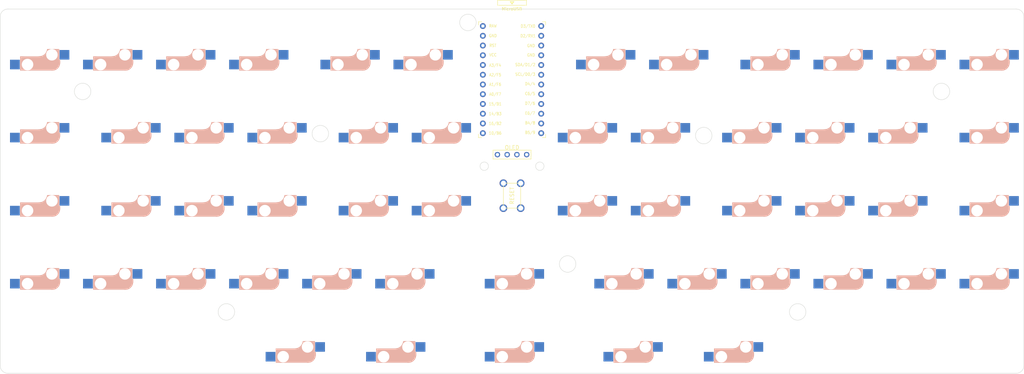
<source format=kicad_pcb>
(kicad_pcb (version 20171130) (host pcbnew "(5.1.9)-1")
  (layers (0 F.Cu signal) (31 B.Cu signal) (34 B.Paste user) (35 F.Paste user) (36 B.SilkS user) (37 F.SilkS user) (38 B.Mask user) (39 F.Mask user) (44 Edge.Cuts user))
  (net 0 "")
  (net 1 /ROW2)
  (net 2 "Net-(D1-Pad2)")
  (net 3 "Net-(D2-Pad2)")
  (net 4 "Net-(D3-Pad2)")
  (net 5 "Net-(D4-Pad2)")
  (net 6 "Net-(D5-Pad2)")
  (net 7 "Net-(D6-Pad2)")
  (net 8 /ROW1)
  (net 9 "Net-(D7-Pad2)")
  (net 10 "Net-(D8-Pad2)")
  (net 11 "Net-(D9-Pad2)")
  (net 12 "Net-(D10-Pad2)")
  (net 13 "Net-(D11-Pad2)")
  (net 14 "Net-(D12-Pad2)")
  (net 15 "Net-(D13-Pad2)")
  (net 16 /ROW4)
  (net 17 "Net-(D14-Pad2)")
  (net 18 "Net-(D15-Pad2)")
  (net 19 "Net-(D16-Pad2)")
  (net 20 "Net-(D17-Pad2)")
  (net 21 "Net-(D18-Pad2)")
  (net 22 "Net-(D19-Pad2)")
  (net 23 /ROW3)
  (net 24 "Net-(D20-Pad2)")
  (net 25 "Net-(D21-Pad2)")
  (net 26 "Net-(D22-Pad2)")
  (net 27 "Net-(D23-Pad2)")
  (net 28 "Net-(D24-Pad2)")
  (net 29 /ROW6)
  (net 30 "Net-(D25-Pad2)")
  (net 31 "Net-(D26-Pad2)")
  (net 32 "Net-(D27-Pad2)")
  (net 33 "Net-(D28-Pad2)")
  (net 34 "Net-(D29-Pad2)")
  (net 35 "Net-(D30-Pad2)")
  (net 36 /ROW5)
  (net 37 "Net-(D31-Pad2)")
  (net 38 "Net-(D32-Pad2)")
  (net 39 "Net-(D33-Pad2)")
  (net 40 "Net-(D34-Pad2)")
  (net 41 "Net-(D35-Pad2)")
  (net 42 "Net-(D36-Pad2)")
  (net 43 /ROW8)
  (net 44 "Net-(D37-Pad2)")
  (net 45 "Net-(D38-Pad2)")
  (net 46 "Net-(D39-Pad2)")
  (net 47 "Net-(D40-Pad2)")
  (net 48 "Net-(D41-Pad2)")
  (net 49 "Net-(D42-Pad2)")
  (net 50 /ROW7)
  (net 51 "Net-(D43-Pad2)")
  (net 52 "Net-(D44-Pad2)")
  (net 53 "Net-(D45-Pad2)")
  (net 54 "Net-(D46-Pad2)")
  (net 55 "Net-(D47-Pad2)")
  (net 56 "Net-(D48-Pad2)")
  (net 57 "Net-(D49-Pad2)")
  (net 58 /ROW9)
  (net 59 "Net-(D50-Pad2)")
  (net 60 "Net-(D51-Pad2)")
  (net 61 "Net-(D52-Pad2)")
  (net 62 "Net-(D53-Pad2)")
  (net 63 "Net-(D54-Pad2)")
  (net 64 VCC)
  (net 65 /LED)
  (net 66 GND)
  (net 67 /SDA)
  (net 68 /SDL)
  (net 69 /COL1)
  (net 70 /COL2)
  (net 71 /COL3)
  (net 72 /COL4)
  (net 73 /COL5)
  (net 74 /COL6)
  (net 75 /RST)
  (net 76 "Net-(U1-Pad24)")
  (module yuiop:Cherry_MX_Stabilizer (layer F.Cu) (at 210 188.0937)
    (fp_text reference REF** hide)
    (fp_text value Cherry_MX_Stabilizer hide)
    (pad "" np_thru_hole circle (at -11.938 6.985 180) (size 3.048 3.048) (drill 3.048) (layers *.Cu *.Mask))
    (pad "" np_thru_hole circle (at -11.938 -8.255 180) (size 3.9878 3.9878) (drill 3.9878) (layers *.Cu *.Mask))
    (pad "" np_thru_hole circle (at 11.938 -8.255 180) (size 3.9878 3.9878) (drill 3.9878) (layers *.Cu *.Mask))
    (pad "" np_thru_hole circle (at 11.938 6.985 180) (size 3.048 3.048) (drill 3.048) (layers *.Cu *.Mask))
  )
  (module yuiop:Cherry_MX_Hotswap_2.0u (layer F.Cu) (at 210 188.09374)
    (fp_text reference SW52 hide)
    (fp_text value SW_PUSH hide)
    (pad "" np_thru_hole circle (at -5.08 0 180) (size 1.9 1.9) (drill 1.9) (layers *.Cu *.Mask))
    (pad "" np_thru_hole circle (at 5.08 0 180) (size 1.9 1.9) (drill 1.9) (layers *.Cu *.Mask))
    (pad 2 smd rect (at -5.842 5.08) (size 2.55 2.5) (layers B.Cu B.Paste B.Mask) (net 61 "Net-(D52-Pad2)"))
    (pad "" np_thru_hole circle (at 0 0 270) (size 4.1 4.1) (drill 4.1) (layers *.Cu *.Mask))
    (pad "" np_thru_hole circle (at -2.54 5.08 180) (size 3 3) (drill 3) (layers *.Cu *.Mask))
    (pad "" np_thru_hole circle (at 3.81 2.54 180) (size 3 3) (drill 3) (layers *.Cu *.Mask))
    (pad 1 smd rect (at 7.085 2.54) (size 2.55 2.5) (layers B.Cu B.Paste B.Mask) (net 74 /COL6))
  )
  (module yuiop:Cherry_MX_Hotswap_1.0u (layer F.Cu) (at 333.8255 169.04374)
    (fp_text reference SW48 hide)
    (fp_text value SW_PUSH hide)
    (pad "" np_thru_hole circle (at 3.81 2.54 180) (size 3 3) (drill 3) (layers *.Cu *.Mask))
    (pad "" np_thru_hole circle (at -2.54 5.08 180) (size 3 3) (drill 3) (layers *.Cu *.Mask))
    (pad 1 smd rect (at 7.085 2.54) (size 2.55 2.5) (layers B.Cu B.Paste B.Mask) (net 74 /COL6))
    (pad "" np_thru_hole circle (at 0 0 270) (size 4.1 4.1) (drill 4.1) (layers *.Cu *.Mask))
    (pad "" np_thru_hole circle (at -5.08 0 180) (size 1.9 1.9) (drill 1.9) (layers *.Cu *.Mask))
    (pad "" np_thru_hole circle (at 5.08 0 180) (size 1.9 1.9) (drill 1.9) (layers *.Cu *.Mask))
    (pad 2 smd rect (at -5.842 5.08) (size 2.55 2.5) (layers B.Cu B.Paste B.Mask) (net 56 "Net-(D48-Pad2)"))
  )
  (module yuiop:Cherry_MX_Hotswap_1.0u (layer F.Cu) (at 333.8255 149.99374)
    (fp_text reference SW36 hide)
    (fp_text value SW_PUSH hide)
    (pad "" np_thru_hole circle (at 3.81 2.54 180) (size 3 3) (drill 3) (layers *.Cu *.Mask))
    (pad "" np_thru_hole circle (at -2.54 5.08 180) (size 3 3) (drill 3) (layers *.Cu *.Mask))
    (pad 1 smd rect (at 7.085 2.54) (size 2.55 2.5) (layers B.Cu B.Paste B.Mask) (net 74 /COL6))
    (pad "" np_thru_hole circle (at 0 0 270) (size 4.1 4.1) (drill 4.1) (layers *.Cu *.Mask))
    (pad "" np_thru_hole circle (at -5.08 0 180) (size 1.9 1.9) (drill 1.9) (layers *.Cu *.Mask))
    (pad "" np_thru_hole circle (at 5.08 0 180) (size 1.9 1.9) (drill 1.9) (layers *.Cu *.Mask))
    (pad 2 smd rect (at -5.842 5.08) (size 2.55 2.5) (layers B.Cu B.Paste B.Mask) (net 42 "Net-(D36-Pad2)"))
  )
  (module yuiop:Cherry_MX_Hotswap_1.0u (layer F.Cu) (at 333.82475 130.94374)
    (fp_text reference SW24 hide)
    (fp_text value SW_PUSH hide)
    (pad "" np_thru_hole circle (at 3.81 2.54 180) (size 3 3) (drill 3) (layers *.Cu *.Mask))
    (pad "" np_thru_hole circle (at -2.54 5.08 180) (size 3 3) (drill 3) (layers *.Cu *.Mask))
    (pad 1 smd rect (at 7.085 2.54) (size 2.55 2.5) (layers B.Cu B.Paste B.Mask) (net 74 /COL6))
    (pad "" np_thru_hole circle (at 0 0 270) (size 4.1 4.1) (drill 4.1) (layers *.Cu *.Mask))
    (pad "" np_thru_hole circle (at -5.08 0 180) (size 1.9 1.9) (drill 1.9) (layers *.Cu *.Mask))
    (pad "" np_thru_hole circle (at 5.08 0 180) (size 1.9 1.9) (drill 1.9) (layers *.Cu *.Mask))
    (pad 2 smd rect (at -5.842 5.08) (size 2.55 2.5) (layers B.Cu B.Paste B.Mask) (net 28 "Net-(D24-Pad2)"))
  )
  (module yuiop:Cherry_MX_Hotswap_1.0u (layer F.Cu) (at 86.175 169.04374)
    (fp_text reference SW37 hide)
    (fp_text value SW_PUSH hide)
    (pad "" np_thru_hole circle (at 3.81 2.54 180) (size 3 3) (drill 3) (layers *.Cu *.Mask))
    (pad "" np_thru_hole circle (at -2.54 5.08 180) (size 3 3) (drill 3) (layers *.Cu *.Mask))
    (pad 1 smd rect (at 7.085 2.54) (size 2.55 2.5) (layers B.Cu B.Paste B.Mask) (net 69 /COL1))
    (pad "" np_thru_hole circle (at 0 0 270) (size 4.1 4.1) (drill 4.1) (layers *.Cu *.Mask))
    (pad "" np_thru_hole circle (at -5.08 0 180) (size 1.9 1.9) (drill 1.9) (layers *.Cu *.Mask))
    (pad "" np_thru_hole circle (at 5.08 0 180) (size 1.9 1.9) (drill 1.9) (layers *.Cu *.Mask))
    (pad 2 smd rect (at -5.842 5.08) (size 2.55 2.5) (layers B.Cu B.Paste B.Mask) (net 44 "Net-(D37-Pad2)"))
  )
  (module yuiop:Cherry_MX_Hotswap_1.0u (layer F.Cu) (at 86.175 149.99374)
    (fp_text reference SW25 hide)
    (fp_text value SW_PUSH hide)
    (pad "" np_thru_hole circle (at 3.81 2.54 180) (size 3 3) (drill 3) (layers *.Cu *.Mask))
    (pad "" np_thru_hole circle (at -2.54 5.08 180) (size 3 3) (drill 3) (layers *.Cu *.Mask))
    (pad 1 smd rect (at 7.085 2.54) (size 2.55 2.5) (layers B.Cu B.Paste B.Mask) (net 69 /COL1))
    (pad "" np_thru_hole circle (at 0 0 270) (size 4.1 4.1) (drill 4.1) (layers *.Cu *.Mask))
    (pad "" np_thru_hole circle (at -5.08 0 180) (size 1.9 1.9) (drill 1.9) (layers *.Cu *.Mask))
    (pad "" np_thru_hole circle (at 5.08 0 180) (size 1.9 1.9) (drill 1.9) (layers *.Cu *.Mask))
    (pad 2 smd rect (at -5.842 5.08) (size 2.55 2.5) (layers B.Cu B.Paste B.Mask) (net 30 "Net-(D25-Pad2)"))
  )
  (module yuiop:Cherry_MX_Hotswap_1.0u (layer F.Cu) (at 86.17505 130.94374)
    (fp_text reference SW13 hide)
    (fp_text value SW_PUSH hide)
    (pad "" np_thru_hole circle (at 3.81 2.54 180) (size 3 3) (drill 3) (layers *.Cu *.Mask))
    (pad "" np_thru_hole circle (at -2.54 5.08 180) (size 3 3) (drill 3) (layers *.Cu *.Mask))
    (pad 1 smd rect (at 7.085 2.54) (size 2.55 2.5) (layers B.Cu B.Paste B.Mask) (net 69 /COL1))
    (pad "" np_thru_hole circle (at 0 0 270) (size 4.1 4.1) (drill 4.1) (layers *.Cu *.Mask))
    (pad "" np_thru_hole circle (at -5.08 0 180) (size 1.9 1.9) (drill 1.9) (layers *.Cu *.Mask))
    (pad "" np_thru_hole circle (at 5.08 0 180) (size 1.9 1.9) (drill 1.9) (layers *.Cu *.Mask))
    (pad 2 smd rect (at -5.842 5.08) (size 2.55 2.5) (layers B.Cu B.Paste B.Mask) (net 15 "Net-(D13-Pad2)"))
  )
  (module yuiop:Cherry_MX_Hotswap_1.0u (layer F.Cu) (at 210 169.04374)
    (fp_text reference SW49 hide)
    (fp_text value SW_PUSH hide)
    (pad "" np_thru_hole circle (at 3.81 2.54 180) (size 3 3) (drill 3) (layers *.Cu *.Mask))
    (pad "" np_thru_hole circle (at -2.54 5.08 180) (size 3 3) (drill 3) (layers *.Cu *.Mask))
    (pad 1 smd rect (at 7.085 2.54) (size 2.55 2.5) (layers B.Cu B.Paste B.Mask) (net 69 /COL1))
    (pad "" np_thru_hole circle (at 0 0 270) (size 4.1 4.1) (drill 4.1) (layers *.Cu *.Mask))
    (pad "" np_thru_hole circle (at -5.08 0 180) (size 1.9 1.9) (drill 1.9) (layers *.Cu *.Mask))
    (pad "" np_thru_hole circle (at 5.08 0 180) (size 1.9 1.9) (drill 1.9) (layers *.Cu *.Mask))
    (pad 2 smd rect (at -5.842 5.08) (size 2.55 2.5) (layers B.Cu B.Paste B.Mask) (net 57 "Net-(D49-Pad2)"))
  )
  (module yuiop:Cherry_MX_Hotswap_1u (layer F.Cu) (at 109.98725 130.94374)
    (fp_text reference SW14 hide)
    (fp_text value SW_PUSH hide)
    (pad "" np_thru_hole circle (at 3.81 2.54 180) (size 3 3) (drill 3) (layers *.Cu *.Mask))
    (pad "" np_thru_hole circle (at -2.54 5.08 180) (size 3 3) (drill 3) (layers *.Cu *.Mask))
    (pad 1 smd rect (at 7.085 2.54) (size 2.55 2.5) (layers B.Cu B.Paste B.Mask) (net 70 /COL2))
    (pad "" np_thru_hole circle (at 0 0 270) (size 4.1 4.1) (drill 4.1) (layers *.Cu *.Mask))
    (pad "" np_thru_hole circle (at -5.08 0 180) (size 1.9 1.9) (drill 1.9) (layers *.Cu *.Mask))
    (pad "" np_thru_hole circle (at 5.08 0 180) (size 1.9 1.9) (drill 1.9) (layers *.Cu *.Mask))
    (pad 2 smd rect (at -5.842 5.08) (size 2.55 2.5) (layers B.Cu B.Paste B.Mask) (net 17 "Net-(D14-Pad2)"))
  )
  (module yuiop:ResetSW_4_1side (layer F.Cu) (at 210 151.18474 90)
    (fp_text reference SW_RST1 hide)
    (fp_text value SW_PUSH)
    (fp_text user RESET (at 0 0 90) (layer F.SilkS))
    (pad 1 thru_hole circle (at 3.25 -2.25 90) (size 2 2) (drill 1.3) (layers *.Cu B.Mask) (net 75 /RST))
    (pad 1 thru_hole circle (at -3.25 -2.25 90) (size 2 2) (drill 1.3) (layers *.Cu B.Mask) (net 75 /RST))
    (pad 2 thru_hole circle (at 3.25 2.25 90) (size 2 2) (drill 1.3) (layers *.Cu B.Mask) (net 66 GND))
    (pad 2 thru_hole circle (at -3.25 2.25 90) (size 2 2) (drill 1.3) (layers *.Cu B.Mask) (net 66 GND))
  )
  (module yuiop:OLED_128x32 (layer F.Cu) (at 210 140.46874)
    (fp_text reference OL1)
    (fp_text value OLED hide)
    (fp_text user OLED (at 0 -1.85) (layer F.SilkS))
    (pad 3 thru_hole circle (at 1.27 0) (size 1.397 1.397) (drill 0.8128) (layers *.Cu B.Mask) (net 64 VCC))
    (pad 4 thru_hole circle (at 3.81 0) (size 1.397 1.397) (drill 0.8128) (layers *.Cu B.Mask) (net 66 GND))
    (pad 1 thru_hole circle (at -3.81 0) (size 1.397 1.397) (drill 0.8128) (layers *.Cu B.Mask) (net 67 /SDA))
    (pad 2 thru_hole circle (at -1.27 0) (size 1.397 1.397) (drill 0.8128) (layers *.Cu B.Mask) (net 68 /SDL))
  )
  (module yuiop:Cherry_MX_Hotswap_1u (layer F.Cu) (at 86.17505 111.89374)
    (fp_text reference SW1 hide)
    (fp_text value SW_PUSH hide)
    (pad 2 smd rect (at -5.842 5.08) (size 2.55 2.5) (layers B.Cu B.Paste B.Mask) (net 2 "Net-(D1-Pad2)"))
    (pad "" np_thru_hole circle (at 5.08 0 180) (size 1.9 1.9) (drill 1.9) (layers *.Cu *.Mask))
    (pad "" np_thru_hole circle (at -5.08 0 180) (size 1.9 1.9) (drill 1.9) (layers *.Cu *.Mask))
    (pad "" np_thru_hole circle (at 0 0 270) (size 4.1 4.1) (drill 4.1) (layers *.Cu *.Mask))
    (pad 1 smd rect (at 7.085 2.54) (size 2.55 2.5) (layers B.Cu B.Paste B.Mask) (net 69 /COL1))
    (pad "" np_thru_hole circle (at -2.54 5.08 180) (size 3 3) (drill 3) (layers *.Cu *.Mask))
    (pad "" np_thru_hole circle (at 3.81 2.54 180) (size 3 3) (drill 3) (layers *.Cu *.Mask))
  )
  (module yuiop:Cherry_MX_Hotswap_1u (layer F.Cu) (at 105.22525 111.89374)
    (fp_text reference SW2 hide)
    (fp_text value SW_PUSH hide)
    (pad 2 smd rect (at -5.842 5.08) (size 2.55 2.5) (layers B.Cu B.Paste B.Mask) (net 3 "Net-(D2-Pad2)"))
    (pad "" np_thru_hole circle (at 5.08 0 180) (size 1.9 1.9) (drill 1.9) (layers *.Cu *.Mask))
    (pad "" np_thru_hole circle (at -5.08 0 180) (size 1.9 1.9) (drill 1.9) (layers *.Cu *.Mask))
    (pad "" np_thru_hole circle (at 0 0 270) (size 4.1 4.1) (drill 4.1) (layers *.Cu *.Mask))
    (pad 1 smd rect (at 7.085 2.54) (size 2.55 2.5) (layers B.Cu B.Paste B.Mask) (net 70 /COL2))
    (pad "" np_thru_hole circle (at -2.54 5.08 180) (size 3 3) (drill 3) (layers *.Cu *.Mask))
    (pad "" np_thru_hole circle (at 3.81 2.54 180) (size 3 3) (drill 3) (layers *.Cu *.Mask))
  )
  (module yuiop:Cherry_MX_Hotswap_1u (layer F.Cu) (at 124.27525 111.89374)
    (fp_text reference SW3 hide)
    (fp_text value SW_PUSH hide)
    (pad "" np_thru_hole circle (at 3.81 2.54 180) (size 3 3) (drill 3) (layers *.Cu *.Mask))
    (pad "" np_thru_hole circle (at -2.54 5.08 180) (size 3 3) (drill 3) (layers *.Cu *.Mask))
    (pad 1 smd rect (at 7.085 2.54) (size 2.55 2.5) (layers B.Cu B.Paste B.Mask) (net 71 /COL3))
    (pad "" np_thru_hole circle (at 0 0 270) (size 4.1 4.1) (drill 4.1) (layers *.Cu *.Mask))
    (pad "" np_thru_hole circle (at -5.08 0 180) (size 1.9 1.9) (drill 1.9) (layers *.Cu *.Mask))
    (pad "" np_thru_hole circle (at 5.08 0 180) (size 1.9 1.9) (drill 1.9) (layers *.Cu *.Mask))
    (pad 2 smd rect (at -5.842 5.08) (size 2.55 2.5) (layers B.Cu B.Paste B.Mask) (net 4 "Net-(D3-Pad2)"))
  )
  (module yuiop:Cherry_MX_Hotswap_1u (layer F.Cu) (at 143.32525 111.89374)
    (fp_text reference SW4 hide)
    (fp_text value SW_PUSH hide)
    (pad 2 smd rect (at -5.842 5.08) (size 2.55 2.5) (layers B.Cu B.Paste B.Mask) (net 5 "Net-(D4-Pad2)"))
    (pad "" np_thru_hole circle (at 5.08 0 180) (size 1.9 1.9) (drill 1.9) (layers *.Cu *.Mask))
    (pad "" np_thru_hole circle (at -5.08 0 180) (size 1.9 1.9) (drill 1.9) (layers *.Cu *.Mask))
    (pad "" np_thru_hole circle (at 0 0 270) (size 4.1 4.1) (drill 4.1) (layers *.Cu *.Mask))
    (pad 1 smd rect (at 7.085 2.54) (size 2.55 2.5) (layers B.Cu B.Paste B.Mask) (net 72 /COL4))
    (pad "" np_thru_hole circle (at -2.54 5.08 180) (size 3 3) (drill 3) (layers *.Cu *.Mask))
    (pad "" np_thru_hole circle (at 3.81 2.54 180) (size 3 3) (drill 3) (layers *.Cu *.Mask))
  )
  (module yuiop:Cherry_MX_Hotswap_1u (layer F.Cu) (at 167.13725 111.89374)
    (fp_text reference SW5 hide)
    (fp_text value SW_PUSH hide)
    (pad 2 smd rect (at -5.842 5.08) (size 2.55 2.5) (layers B.Cu B.Paste B.Mask) (net 6 "Net-(D5-Pad2)"))
    (pad "" np_thru_hole circle (at 5.08 0 180) (size 1.9 1.9) (drill 1.9) (layers *.Cu *.Mask))
    (pad "" np_thru_hole circle (at -5.08 0 180) (size 1.9 1.9) (drill 1.9) (layers *.Cu *.Mask))
    (pad "" np_thru_hole circle (at 0 0 270) (size 4.1 4.1) (drill 4.1) (layers *.Cu *.Mask))
    (pad 1 smd rect (at 7.085 2.54) (size 2.55 2.5) (layers B.Cu B.Paste B.Mask) (net 73 /COL5))
    (pad "" np_thru_hole circle (at -2.54 5.08 180) (size 3 3) (drill 3) (layers *.Cu *.Mask))
    (pad "" np_thru_hole circle (at 3.81 2.54 180) (size 3 3) (drill 3) (layers *.Cu *.Mask))
  )
  (module yuiop:Cherry_MX_Hotswap_1u (layer F.Cu) (at 186.18725 111.89374)
    (fp_text reference SW6 hide)
    (fp_text value SW_PUSH hide)
    (pad "" np_thru_hole circle (at 3.81 2.54 180) (size 3 3) (drill 3) (layers *.Cu *.Mask))
    (pad "" np_thru_hole circle (at -2.54 5.08 180) (size 3 3) (drill 3) (layers *.Cu *.Mask))
    (pad 1 smd rect (at 7.085 2.54) (size 2.55 2.5) (layers B.Cu B.Paste B.Mask) (net 74 /COL6))
    (pad "" np_thru_hole circle (at 0 0 270) (size 4.1 4.1) (drill 4.1) (layers *.Cu *.Mask))
    (pad "" np_thru_hole circle (at -5.08 0 180) (size 1.9 1.9) (drill 1.9) (layers *.Cu *.Mask))
    (pad "" np_thru_hole circle (at 5.08 0 180) (size 1.9 1.9) (drill 1.9) (layers *.Cu *.Mask))
    (pad 2 smd rect (at -5.842 5.08) (size 2.55 2.5) (layers B.Cu B.Paste B.Mask) (net 7 "Net-(D6-Pad2)"))
  )
  (module yuiop:Cherry_MX_Hotswap_1u (layer F.Cu) (at 233.81275 111.89374)
    (fp_text reference SW7 hide)
    (fp_text value SW_PUSH hide)
    (pad "" np_thru_hole circle (at 3.81 2.54 180) (size 3 3) (drill 3) (layers *.Cu *.Mask))
    (pad "" np_thru_hole circle (at -2.54 5.08 180) (size 3 3) (drill 3) (layers *.Cu *.Mask))
    (pad 1 smd rect (at 7.085 2.54) (size 2.55 2.5) (layers B.Cu B.Paste B.Mask) (net 69 /COL1))
    (pad "" np_thru_hole circle (at 0 0 270) (size 4.1 4.1) (drill 4.1) (layers *.Cu *.Mask))
    (pad "" np_thru_hole circle (at -5.08 0 180) (size 1.9 1.9) (drill 1.9) (layers *.Cu *.Mask))
    (pad "" np_thru_hole circle (at 5.08 0 180) (size 1.9 1.9) (drill 1.9) (layers *.Cu *.Mask))
    (pad 2 smd rect (at -5.842 5.08) (size 2.55 2.5) (layers B.Cu B.Paste B.Mask) (net 9 "Net-(D7-Pad2)"))
  )
  (module yuiop:Cherry_MX_Hotswap_1u (layer F.Cu) (at 252.86275 111.89374)
    (fp_text reference SW8 hide)
    (fp_text value SW_PUSH hide)
    (pad "" np_thru_hole circle (at 3.81 2.54 180) (size 3 3) (drill 3) (layers *.Cu *.Mask))
    (pad "" np_thru_hole circle (at -2.54 5.08 180) (size 3 3) (drill 3) (layers *.Cu *.Mask))
    (pad 1 smd rect (at 7.085 2.54) (size 2.55 2.5) (layers B.Cu B.Paste B.Mask) (net 70 /COL2))
    (pad "" np_thru_hole circle (at 0 0 270) (size 4.1 4.1) (drill 4.1) (layers *.Cu *.Mask))
    (pad "" np_thru_hole circle (at -5.08 0 180) (size 1.9 1.9) (drill 1.9) (layers *.Cu *.Mask))
    (pad "" np_thru_hole circle (at 5.08 0 180) (size 1.9 1.9) (drill 1.9) (layers *.Cu *.Mask))
    (pad 2 smd rect (at -5.842 5.08) (size 2.55 2.5) (layers B.Cu B.Paste B.Mask) (net 10 "Net-(D8-Pad2)"))
  )
  (module yuiop:Cherry_MX_Hotswap_1u (layer F.Cu) (at 276.67475 111.89374)
    (fp_text reference SW9 hide)
    (fp_text value SW_PUSH hide)
    (pad 2 smd rect (at -5.842 5.08) (size 2.55 2.5) (layers B.Cu B.Paste B.Mask) (net 11 "Net-(D9-Pad2)"))
    (pad "" np_thru_hole circle (at 5.08 0 180) (size 1.9 1.9) (drill 1.9) (layers *.Cu *.Mask))
    (pad "" np_thru_hole circle (at -5.08 0 180) (size 1.9 1.9) (drill 1.9) (layers *.Cu *.Mask))
    (pad "" np_thru_hole circle (at 0 0 270) (size 4.1 4.1) (drill 4.1) (layers *.Cu *.Mask))
    (pad 1 smd rect (at 7.085 2.54) (size 2.55 2.5) (layers B.Cu B.Paste B.Mask) (net 71 /COL3))
    (pad "" np_thru_hole circle (at -2.54 5.08 180) (size 3 3) (drill 3) (layers *.Cu *.Mask))
    (pad "" np_thru_hole circle (at 3.81 2.54 180) (size 3 3) (drill 3) (layers *.Cu *.Mask))
  )
  (module yuiop:Cherry_MX_Hotswap_1u (layer F.Cu) (at 295.72475 111.89374)
    (fp_text reference SW10 hide)
    (fp_text value SW_PUSH hide)
    (pad 2 smd rect (at -5.842 5.08) (size 2.55 2.5) (layers B.Cu B.Paste B.Mask) (net 12 "Net-(D10-Pad2)"))
    (pad "" np_thru_hole circle (at 5.08 0 180) (size 1.9 1.9) (drill 1.9) (layers *.Cu *.Mask))
    (pad "" np_thru_hole circle (at -5.08 0 180) (size 1.9 1.9) (drill 1.9) (layers *.Cu *.Mask))
    (pad "" np_thru_hole circle (at 0 0 270) (size 4.1 4.1) (drill 4.1) (layers *.Cu *.Mask))
    (pad 1 smd rect (at 7.085 2.54) (size 2.55 2.5) (layers B.Cu B.Paste B.Mask) (net 72 /COL4))
    (pad "" np_thru_hole circle (at -2.54 5.08 180) (size 3 3) (drill 3) (layers *.Cu *.Mask))
    (pad "" np_thru_hole circle (at 3.81 2.54 180) (size 3 3) (drill 3) (layers *.Cu *.Mask))
  )
  (module yuiop:Cherry_MX_Hotswap_1u (layer F.Cu) (at 314.77475 111.89374)
    (fp_text reference SW11 hide)
    (fp_text value SW_PUSH hide)
    (pad 2 smd rect (at -5.842 5.08) (size 2.55 2.5) (layers B.Cu B.Paste B.Mask) (net 13 "Net-(D11-Pad2)"))
    (pad "" np_thru_hole circle (at 5.08 0 180) (size 1.9 1.9) (drill 1.9) (layers *.Cu *.Mask))
    (pad "" np_thru_hole circle (at -5.08 0 180) (size 1.9 1.9) (drill 1.9) (layers *.Cu *.Mask))
    (pad "" np_thru_hole circle (at 0 0 270) (size 4.1 4.1) (drill 4.1) (layers *.Cu *.Mask))
    (pad 1 smd rect (at 7.085 2.54) (size 2.55 2.5) (layers B.Cu B.Paste B.Mask) (net 73 /COL5))
    (pad "" np_thru_hole circle (at -2.54 5.08 180) (size 3 3) (drill 3) (layers *.Cu *.Mask))
    (pad "" np_thru_hole circle (at 3.81 2.54 180) (size 3 3) (drill 3) (layers *.Cu *.Mask))
  )
  (module yuiop:Cherry_MX_Hotswap_1u (layer F.Cu) (at 333.82475 111.89374)
    (fp_text reference SW12 hide)
    (fp_text value SW_PUSH hide)
    (pad "" np_thru_hole circle (at 3.81 2.54 180) (size 3 3) (drill 3) (layers *.Cu *.Mask))
    (pad "" np_thru_hole circle (at -2.54 5.08 180) (size 3 3) (drill 3) (layers *.Cu *.Mask))
    (pad 1 smd rect (at 7.085 2.54) (size 2.55 2.5) (layers B.Cu B.Paste B.Mask) (net 74 /COL6))
    (pad "" np_thru_hole circle (at 0 0 270) (size 4.1 4.1) (drill 4.1) (layers *.Cu *.Mask))
    (pad "" np_thru_hole circle (at -5.08 0 180) (size 1.9 1.9) (drill 1.9) (layers *.Cu *.Mask))
    (pad "" np_thru_hole circle (at 5.08 0 180) (size 1.9 1.9) (drill 1.9) (layers *.Cu *.Mask))
    (pad 2 smd rect (at -5.842 5.08) (size 2.55 2.5) (layers B.Cu B.Paste B.Mask) (net 14 "Net-(D12-Pad2)"))
  )
  (module yuiop:Cherry_MX_Hotswap_1u (layer F.Cu) (at 129.03725 130.94374)
    (fp_text reference SW15 hide)
    (fp_text value SW_PUSH hide)
    (pad "" np_thru_hole circle (at 3.81 2.54 180) (size 3 3) (drill 3) (layers *.Cu *.Mask))
    (pad "" np_thru_hole circle (at -2.54 5.08 180) (size 3 3) (drill 3) (layers *.Cu *.Mask))
    (pad 1 smd rect (at 7.085 2.54) (size 2.55 2.5) (layers B.Cu B.Paste B.Mask) (net 71 /COL3))
    (pad "" np_thru_hole circle (at 0 0 270) (size 4.1 4.1) (drill 4.1) (layers *.Cu *.Mask))
    (pad "" np_thru_hole circle (at -5.08 0 180) (size 1.9 1.9) (drill 1.9) (layers *.Cu *.Mask))
    (pad "" np_thru_hole circle (at 5.08 0 180) (size 1.9 1.9) (drill 1.9) (layers *.Cu *.Mask))
    (pad 2 smd rect (at -5.842 5.08) (size 2.55 2.5) (layers B.Cu B.Paste B.Mask) (net 18 "Net-(D15-Pad2)"))
  )
  (module yuiop:Cherry_MX_Hotswap_1u (layer F.Cu) (at 148.08725 130.94374)
    (fp_text reference SW16 hide)
    (fp_text value SW_PUSH hide)
    (pad "" np_thru_hole circle (at 3.81 2.54 180) (size 3 3) (drill 3) (layers *.Cu *.Mask))
    (pad "" np_thru_hole circle (at -2.54 5.08 180) (size 3 3) (drill 3) (layers *.Cu *.Mask))
    (pad 1 smd rect (at 7.085 2.54) (size 2.55 2.5) (layers B.Cu B.Paste B.Mask) (net 72 /COL4))
    (pad "" np_thru_hole circle (at 0 0 270) (size 4.1 4.1) (drill 4.1) (layers *.Cu *.Mask))
    (pad "" np_thru_hole circle (at -5.08 0 180) (size 1.9 1.9) (drill 1.9) (layers *.Cu *.Mask))
    (pad "" np_thru_hole circle (at 5.08 0 180) (size 1.9 1.9) (drill 1.9) (layers *.Cu *.Mask))
    (pad 2 smd rect (at -5.842 5.08) (size 2.55 2.5) (layers B.Cu B.Paste B.Mask) (net 19 "Net-(D16-Pad2)"))
  )
  (module yuiop:Cherry_MX_Hotswap_1u (layer F.Cu) (at 171.90025 130.94374)
    (fp_text reference SW17 hide)
    (fp_text value SW_PUSH hide)
    (pad 2 smd rect (at -5.842 5.08) (size 2.55 2.5) (layers B.Cu B.Paste B.Mask) (net 20 "Net-(D17-Pad2)"))
    (pad "" np_thru_hole circle (at 5.08 0 180) (size 1.9 1.9) (drill 1.9) (layers *.Cu *.Mask))
    (pad "" np_thru_hole circle (at -5.08 0 180) (size 1.9 1.9) (drill 1.9) (layers *.Cu *.Mask))
    (pad "" np_thru_hole circle (at 0 0 270) (size 4.1 4.1) (drill 4.1) (layers *.Cu *.Mask))
    (pad 1 smd rect (at 7.085 2.54) (size 2.55 2.5) (layers B.Cu B.Paste B.Mask) (net 73 /COL5))
    (pad "" np_thru_hole circle (at -2.54 5.08 180) (size 3 3) (drill 3) (layers *.Cu *.Mask))
    (pad "" np_thru_hole circle (at 3.81 2.54 180) (size 3 3) (drill 3) (layers *.Cu *.Mask))
  )
  (module yuiop:Cherry_MX_Hotswap_1u (layer F.Cu) (at 190.95025 130.94374)
    (fp_text reference SW18 hide)
    (fp_text value SW_PUSH hide)
    (pad "" np_thru_hole circle (at 3.81 2.54 180) (size 3 3) (drill 3) (layers *.Cu *.Mask))
    (pad "" np_thru_hole circle (at -2.54 5.08 180) (size 3 3) (drill 3) (layers *.Cu *.Mask))
    (pad 1 smd rect (at 7.085 2.54) (size 2.55 2.5) (layers B.Cu B.Paste B.Mask) (net 74 /COL6))
    (pad "" np_thru_hole circle (at 0 0 270) (size 4.1 4.1) (drill 4.1) (layers *.Cu *.Mask))
    (pad "" np_thru_hole circle (at -5.08 0 180) (size 1.9 1.9) (drill 1.9) (layers *.Cu *.Mask))
    (pad "" np_thru_hole circle (at 5.08 0 180) (size 1.9 1.9) (drill 1.9) (layers *.Cu *.Mask))
    (pad 2 smd rect (at -5.842 5.08) (size 2.55 2.5) (layers B.Cu B.Paste B.Mask) (net 21 "Net-(D18-Pad2)"))
  )
  (module yuiop:Cherry_MX_Hotswap_1u (layer F.Cu) (at 229.04975 130.94374)
    (fp_text reference SW19 hide)
    (fp_text value SW_PUSH hide)
    (pad "" np_thru_hole circle (at 3.81 2.54 180) (size 3 3) (drill 3) (layers *.Cu *.Mask))
    (pad "" np_thru_hole circle (at -2.54 5.08 180) (size 3 3) (drill 3) (layers *.Cu *.Mask))
    (pad 1 smd rect (at 7.085 2.54) (size 2.55 2.5) (layers B.Cu B.Paste B.Mask) (net 69 /COL1))
    (pad "" np_thru_hole circle (at 0 0 270) (size 4.1 4.1) (drill 4.1) (layers *.Cu *.Mask))
    (pad "" np_thru_hole circle (at -5.08 0 180) (size 1.9 1.9) (drill 1.9) (layers *.Cu *.Mask))
    (pad "" np_thru_hole circle (at 5.08 0 180) (size 1.9 1.9) (drill 1.9) (layers *.Cu *.Mask))
    (pad 2 smd rect (at -5.842 5.08) (size 2.55 2.5) (layers B.Cu B.Paste B.Mask) (net 22 "Net-(D19-Pad2)"))
  )
  (module yuiop:Cherry_MX_Hotswap_1u (layer F.Cu) (at 248.09975 130.94374)
    (fp_text reference SW20 hide)
    (fp_text value SW_PUSH hide)
    (pad "" np_thru_hole circle (at 3.81 2.54 180) (size 3 3) (drill 3) (layers *.Cu *.Mask))
    (pad "" np_thru_hole circle (at -2.54 5.08 180) (size 3 3) (drill 3) (layers *.Cu *.Mask))
    (pad 1 smd rect (at 7.085 2.54) (size 2.55 2.5) (layers B.Cu B.Paste B.Mask) (net 70 /COL2))
    (pad "" np_thru_hole circle (at 0 0 270) (size 4.1 4.1) (drill 4.1) (layers *.Cu *.Mask))
    (pad "" np_thru_hole circle (at -5.08 0 180) (size 1.9 1.9) (drill 1.9) (layers *.Cu *.Mask))
    (pad "" np_thru_hole circle (at 5.08 0 180) (size 1.9 1.9) (drill 1.9) (layers *.Cu *.Mask))
    (pad 2 smd rect (at -5.842 5.08) (size 2.55 2.5) (layers B.Cu B.Paste B.Mask) (net 24 "Net-(D20-Pad2)"))
  )
  (module yuiop:Cherry_MX_Hotswap_1u (layer F.Cu) (at 271.91275 130.94374)
    (fp_text reference SW21 hide)
    (fp_text value SW_PUSH hide)
    (pad 2 smd rect (at -5.842 5.08) (size 2.55 2.5) (layers B.Cu B.Paste B.Mask) (net 25 "Net-(D21-Pad2)"))
    (pad "" np_thru_hole circle (at 5.08 0 180) (size 1.9 1.9) (drill 1.9) (layers *.Cu *.Mask))
    (pad "" np_thru_hole circle (at -5.08 0 180) (size 1.9 1.9) (drill 1.9) (layers *.Cu *.Mask))
    (pad "" np_thru_hole circle (at 0 0 270) (size 4.1 4.1) (drill 4.1) (layers *.Cu *.Mask))
    (pad 1 smd rect (at 7.085 2.54) (size 2.55 2.5) (layers B.Cu B.Paste B.Mask) (net 71 /COL3))
    (pad "" np_thru_hole circle (at -2.54 5.08 180) (size 3 3) (drill 3) (layers *.Cu *.Mask))
    (pad "" np_thru_hole circle (at 3.81 2.54 180) (size 3 3) (drill 3) (layers *.Cu *.Mask))
  )
  (module yuiop:Cherry_MX_Hotswap_1u (layer F.Cu) (at 290.96275 130.94374)
    (fp_text reference SW22 hide)
    (fp_text value SW_PUSH hide)
    (pad 2 smd rect (at -5.842 5.08) (size 2.55 2.5) (layers B.Cu B.Paste B.Mask) (net 26 "Net-(D22-Pad2)"))
    (pad "" np_thru_hole circle (at 5.08 0 180) (size 1.9 1.9) (drill 1.9) (layers *.Cu *.Mask))
    (pad "" np_thru_hole circle (at -5.08 0 180) (size 1.9 1.9) (drill 1.9) (layers *.Cu *.Mask))
    (pad "" np_thru_hole circle (at 0 0 270) (size 4.1 4.1) (drill 4.1) (layers *.Cu *.Mask))
    (pad 1 smd rect (at 7.085 2.54) (size 2.55 2.5) (layers B.Cu B.Paste B.Mask) (net 72 /COL4))
    (pad "" np_thru_hole circle (at -2.54 5.08 180) (size 3 3) (drill 3) (layers *.Cu *.Mask))
    (pad "" np_thru_hole circle (at 3.81 2.54 180) (size 3 3) (drill 3) (layers *.Cu *.Mask))
  )
  (module yuiop:Cherry_MX_Hotswap_1u (layer F.Cu) (at 310.01275 130.94374)
    (fp_text reference SW23 hide)
    (fp_text value SW_PUSH hide)
    (pad "" np_thru_hole circle (at 3.81 2.54 180) (size 3 3) (drill 3) (layers *.Cu *.Mask))
    (pad "" np_thru_hole circle (at -2.54 5.08 180) (size 3 3) (drill 3) (layers *.Cu *.Mask))
    (pad 1 smd rect (at 7.085 2.54) (size 2.55 2.5) (layers B.Cu B.Paste B.Mask) (net 73 /COL5))
    (pad "" np_thru_hole circle (at 0 0 270) (size 4.1 4.1) (drill 4.1) (layers *.Cu *.Mask))
    (pad "" np_thru_hole circle (at -5.08 0 180) (size 1.9 1.9) (drill 1.9) (layers *.Cu *.Mask))
    (pad "" np_thru_hole circle (at 5.08 0 180) (size 1.9 1.9) (drill 1.9) (layers *.Cu *.Mask))
    (pad 2 smd rect (at -5.842 5.08) (size 2.55 2.5) (layers B.Cu B.Paste B.Mask) (net 27 "Net-(D23-Pad2)"))
  )
  (module yuiop:Cherry_MX_Hotswap_1u (layer F.Cu) (at 109.98725 149.99374)
    (fp_text reference SW26 hide)
    (fp_text value SW_PUSH hide)
    (pad 2 smd rect (at -5.842 5.08) (size 2.55 2.5) (layers B.Cu B.Paste B.Mask) (net 31 "Net-(D26-Pad2)"))
    (pad "" np_thru_hole circle (at 5.08 0 180) (size 1.9 1.9) (drill 1.9) (layers *.Cu *.Mask))
    (pad "" np_thru_hole circle (at -5.08 0 180) (size 1.9 1.9) (drill 1.9) (layers *.Cu *.Mask))
    (pad "" np_thru_hole circle (at 0 0 270) (size 4.1 4.1) (drill 4.1) (layers *.Cu *.Mask))
    (pad 1 smd rect (at 7.085 2.54) (size 2.55 2.5) (layers B.Cu B.Paste B.Mask) (net 70 /COL2))
    (pad "" np_thru_hole circle (at -2.54 5.08 180) (size 3 3) (drill 3) (layers *.Cu *.Mask))
    (pad "" np_thru_hole circle (at 3.81 2.54 180) (size 3 3) (drill 3) (layers *.Cu *.Mask))
  )
  (module yuiop:Cherry_MX_Hotswap_1u (layer F.Cu) (at 129.03725 149.99374)
    (fp_text reference SW27 hide)
    (fp_text value SW_PUSH hide)
    (pad "" np_thru_hole circle (at 3.81 2.54 180) (size 3 3) (drill 3) (layers *.Cu *.Mask))
    (pad "" np_thru_hole circle (at -2.54 5.08 180) (size 3 3) (drill 3) (layers *.Cu *.Mask))
    (pad 1 smd rect (at 7.085 2.54) (size 2.55 2.5) (layers B.Cu B.Paste B.Mask) (net 71 /COL3))
    (pad "" np_thru_hole circle (at 0 0 270) (size 4.1 4.1) (drill 4.1) (layers *.Cu *.Mask))
    (pad "" np_thru_hole circle (at -5.08 0 180) (size 1.9 1.9) (drill 1.9) (layers *.Cu *.Mask))
    (pad "" np_thru_hole circle (at 5.08 0 180) (size 1.9 1.9) (drill 1.9) (layers *.Cu *.Mask))
    (pad 2 smd rect (at -5.842 5.08) (size 2.55 2.5) (layers B.Cu B.Paste B.Mask) (net 32 "Net-(D27-Pad2)"))
  )
  (module yuiop:Cherry_MX_Hotswap_1u (layer F.Cu) (at 148.08725 149.99374)
    (fp_text reference SW28 hide)
    (fp_text value SW_PUSH hide)
    (pad 2 smd rect (at -5.842 5.08) (size 2.55 2.5) (layers B.Cu B.Paste B.Mask) (net 33 "Net-(D28-Pad2)"))
    (pad "" np_thru_hole circle (at 5.08 0 180) (size 1.9 1.9) (drill 1.9) (layers *.Cu *.Mask))
    (pad "" np_thru_hole circle (at -5.08 0 180) (size 1.9 1.9) (drill 1.9) (layers *.Cu *.Mask))
    (pad "" np_thru_hole circle (at 0 0 270) (size 4.1 4.1) (drill 4.1) (layers *.Cu *.Mask))
    (pad 1 smd rect (at 7.085 2.54) (size 2.55 2.5) (layers B.Cu B.Paste B.Mask) (net 72 /COL4))
    (pad "" np_thru_hole circle (at -2.54 5.08 180) (size 3 3) (drill 3) (layers *.Cu *.Mask))
    (pad "" np_thru_hole circle (at 3.81 2.54 180) (size 3 3) (drill 3) (layers *.Cu *.Mask))
  )
  (module yuiop:Cherry_MX_Hotswap_1u (layer F.Cu) (at 171.90025 149.99374)
    (fp_text reference SW29 hide)
    (fp_text value SW_PUSH hide)
    (pad 2 smd rect (at -5.842 5.08) (size 2.55 2.5) (layers B.Cu B.Paste B.Mask) (net 34 "Net-(D29-Pad2)"))
    (pad "" np_thru_hole circle (at 5.08 0 180) (size 1.9 1.9) (drill 1.9) (layers *.Cu *.Mask))
    (pad "" np_thru_hole circle (at -5.08 0 180) (size 1.9 1.9) (drill 1.9) (layers *.Cu *.Mask))
    (pad "" np_thru_hole circle (at 0 0 270) (size 4.1 4.1) (drill 4.1) (layers *.Cu *.Mask))
    (pad 1 smd rect (at 7.085 2.54) (size 2.55 2.5) (layers B.Cu B.Paste B.Mask) (net 73 /COL5))
    (pad "" np_thru_hole circle (at -2.54 5.08 180) (size 3 3) (drill 3) (layers *.Cu *.Mask))
    (pad "" np_thru_hole circle (at 3.81 2.54 180) (size 3 3) (drill 3) (layers *.Cu *.Mask))
  )
  (module yuiop:Cherry_MX_Hotswap_1u (layer F.Cu) (at 190.95025 149.99374)
    (fp_text reference SW30 hide)
    (fp_text value SW_PUSH hide)
    (pad 2 smd rect (at -5.842 5.08) (size 2.55 2.5) (layers B.Cu B.Paste B.Mask) (net 35 "Net-(D30-Pad2)"))
    (pad "" np_thru_hole circle (at 5.08 0 180) (size 1.9 1.9) (drill 1.9) (layers *.Cu *.Mask))
    (pad "" np_thru_hole circle (at -5.08 0 180) (size 1.9 1.9) (drill 1.9) (layers *.Cu *.Mask))
    (pad "" np_thru_hole circle (at 0 0 270) (size 4.1 4.1) (drill 4.1) (layers *.Cu *.Mask))
    (pad 1 smd rect (at 7.085 2.54) (size 2.55 2.5) (layers B.Cu B.Paste B.Mask) (net 74 /COL6))
    (pad "" np_thru_hole circle (at -2.54 5.08 180) (size 3 3) (drill 3) (layers *.Cu *.Mask))
    (pad "" np_thru_hole circle (at 3.81 2.54 180) (size 3 3) (drill 3) (layers *.Cu *.Mask))
  )
  (module yuiop:Cherry_MX_Hotswap_1u (layer F.Cu) (at 229.04975 149.99374)
    (fp_text reference SW31 hide)
    (fp_text value SW_PUSH hide)
    (pad 2 smd rect (at -5.842 5.08) (size 2.55 2.5) (layers B.Cu B.Paste B.Mask) (net 37 "Net-(D31-Pad2)"))
    (pad "" np_thru_hole circle (at 5.08 0 180) (size 1.9 1.9) (drill 1.9) (layers *.Cu *.Mask))
    (pad "" np_thru_hole circle (at -5.08 0 180) (size 1.9 1.9) (drill 1.9) (layers *.Cu *.Mask))
    (pad "" np_thru_hole circle (at 0 0 270) (size 4.1 4.1) (drill 4.1) (layers *.Cu *.Mask))
    (pad 1 smd rect (at 7.085 2.54) (size 2.55 2.5) (layers B.Cu B.Paste B.Mask) (net 69 /COL1))
    (pad "" np_thru_hole circle (at -2.54 5.08 180) (size 3 3) (drill 3) (layers *.Cu *.Mask))
    (pad "" np_thru_hole circle (at 3.81 2.54 180) (size 3 3) (drill 3) (layers *.Cu *.Mask))
  )
  (module yuiop:Cherry_MX_Hotswap_1u (layer F.Cu) (at 248.09975 149.99374)
    (fp_text reference SW32 hide)
    (fp_text value SW_PUSH hide)
    (pad "" np_thru_hole circle (at 3.81 2.54 180) (size 3 3) (drill 3) (layers *.Cu *.Mask))
    (pad "" np_thru_hole circle (at -2.54 5.08 180) (size 3 3) (drill 3) (layers *.Cu *.Mask))
    (pad 1 smd rect (at 7.085 2.54) (size 2.55 2.5) (layers B.Cu B.Paste B.Mask) (net 70 /COL2))
    (pad "" np_thru_hole circle (at 0 0 270) (size 4.1 4.1) (drill 4.1) (layers *.Cu *.Mask))
    (pad "" np_thru_hole circle (at -5.08 0 180) (size 1.9 1.9) (drill 1.9) (layers *.Cu *.Mask))
    (pad "" np_thru_hole circle (at 5.08 0 180) (size 1.9 1.9) (drill 1.9) (layers *.Cu *.Mask))
    (pad 2 smd rect (at -5.842 5.08) (size 2.55 2.5) (layers B.Cu B.Paste B.Mask) (net 38 "Net-(D32-Pad2)"))
  )
  (module yuiop:Cherry_MX_Hotswap_1u (layer F.Cu) (at 271.91275 149.99374)
    (fp_text reference SW33 hide)
    (fp_text value SW_PUSH hide)
    (pad 2 smd rect (at -5.842 5.08) (size 2.55 2.5) (layers B.Cu B.Paste B.Mask) (net 39 "Net-(D33-Pad2)"))
    (pad "" np_thru_hole circle (at 5.08 0 180) (size 1.9 1.9) (drill 1.9) (layers *.Cu *.Mask))
    (pad "" np_thru_hole circle (at -5.08 0 180) (size 1.9 1.9) (drill 1.9) (layers *.Cu *.Mask))
    (pad "" np_thru_hole circle (at 0 0 270) (size 4.1 4.1) (drill 4.1) (layers *.Cu *.Mask))
    (pad 1 smd rect (at 7.085 2.54) (size 2.55 2.5) (layers B.Cu B.Paste B.Mask) (net 71 /COL3))
    (pad "" np_thru_hole circle (at -2.54 5.08 180) (size 3 3) (drill 3) (layers *.Cu *.Mask))
    (pad "" np_thru_hole circle (at 3.81 2.54 180) (size 3 3) (drill 3) (layers *.Cu *.Mask))
  )
  (module yuiop:Cherry_MX_Hotswap_1u (layer F.Cu) (at 290.96275 149.99374)
    (fp_text reference SW34 hide)
    (fp_text value SW_PUSH hide)
    (pad 2 smd rect (at -5.842 5.08) (size 2.55 2.5) (layers B.Cu B.Paste B.Mask) (net 40 "Net-(D34-Pad2)"))
    (pad "" np_thru_hole circle (at 5.08 0 180) (size 1.9 1.9) (drill 1.9) (layers *.Cu *.Mask))
    (pad "" np_thru_hole circle (at -5.08 0 180) (size 1.9 1.9) (drill 1.9) (layers *.Cu *.Mask))
    (pad "" np_thru_hole circle (at 0 0 270) (size 4.1 4.1) (drill 4.1) (layers *.Cu *.Mask))
    (pad 1 smd rect (at 7.085 2.54) (size 2.55 2.5) (layers B.Cu B.Paste B.Mask) (net 72 /COL4))
    (pad "" np_thru_hole circle (at -2.54 5.08 180) (size 3 3) (drill 3) (layers *.Cu *.Mask))
    (pad "" np_thru_hole circle (at 3.81 2.54 180) (size 3 3) (drill 3) (layers *.Cu *.Mask))
  )
  (module yuiop:Cherry_MX_Hotswap_1u (layer F.Cu) (at 310.01275 149.99374)
    (fp_text reference SW35 hide)
    (fp_text value SW_PUSH hide)
    (pad 2 smd rect (at -5.842 5.08) (size 2.55 2.5) (layers B.Cu B.Paste B.Mask) (net 41 "Net-(D35-Pad2)"))
    (pad "" np_thru_hole circle (at 5.08 0 180) (size 1.9 1.9) (drill 1.9) (layers *.Cu *.Mask))
    (pad "" np_thru_hole circle (at -5.08 0 180) (size 1.9 1.9) (drill 1.9) (layers *.Cu *.Mask))
    (pad "" np_thru_hole circle (at 0 0 270) (size 4.1 4.1) (drill 4.1) (layers *.Cu *.Mask))
    (pad 1 smd rect (at 7.085 2.54) (size 2.55 2.5) (layers B.Cu B.Paste B.Mask) (net 73 /COL5))
    (pad "" np_thru_hole circle (at -2.54 5.08 180) (size 3 3) (drill 3) (layers *.Cu *.Mask))
    (pad "" np_thru_hole circle (at 3.81 2.54 180) (size 3 3) (drill 3) (layers *.Cu *.Mask))
  )
  (module yuiop:Cherry_MX_Hotswap_1u (layer F.Cu) (at 105.22525 169.04374)
    (fp_text reference SW38 hide)
    (fp_text value SW_PUSH hide)
    (pad 2 smd rect (at -5.842 5.08) (size 2.55 2.5) (layers B.Cu B.Paste B.Mask) (net 45 "Net-(D38-Pad2)"))
    (pad "" np_thru_hole circle (at 5.08 0 180) (size 1.9 1.9) (drill 1.9) (layers *.Cu *.Mask))
    (pad "" np_thru_hole circle (at -5.08 0 180) (size 1.9 1.9) (drill 1.9) (layers *.Cu *.Mask))
    (pad "" np_thru_hole circle (at 0 0 270) (size 4.1 4.1) (drill 4.1) (layers *.Cu *.Mask))
    (pad 1 smd rect (at 7.085 2.54) (size 2.55 2.5) (layers B.Cu B.Paste B.Mask) (net 70 /COL2))
    (pad "" np_thru_hole circle (at -2.54 5.08 180) (size 3 3) (drill 3) (layers *.Cu *.Mask))
    (pad "" np_thru_hole circle (at 3.81 2.54 180) (size 3 3) (drill 3) (layers *.Cu *.Mask))
  )
  (module yuiop:Cherry_MX_Hotswap_1u (layer F.Cu) (at 124.27525 169.04374)
    (fp_text reference SW39 hide)
    (fp_text value SW_PUSH hide)
    (pad "" np_thru_hole circle (at 3.81 2.54 180) (size 3 3) (drill 3) (layers *.Cu *.Mask))
    (pad "" np_thru_hole circle (at -2.54 5.08 180) (size 3 3) (drill 3) (layers *.Cu *.Mask))
    (pad 1 smd rect (at 7.085 2.54) (size 2.55 2.5) (layers B.Cu B.Paste B.Mask) (net 71 /COL3))
    (pad "" np_thru_hole circle (at 0 0 270) (size 4.1 4.1) (drill 4.1) (layers *.Cu *.Mask))
    (pad "" np_thru_hole circle (at -5.08 0 180) (size 1.9 1.9) (drill 1.9) (layers *.Cu *.Mask))
    (pad "" np_thru_hole circle (at 5.08 0 180) (size 1.9 1.9) (drill 1.9) (layers *.Cu *.Mask))
    (pad 2 smd rect (at -5.842 5.08) (size 2.55 2.5) (layers B.Cu B.Paste B.Mask) (net 46 "Net-(D39-Pad2)"))
  )
  (module yuiop:Cherry_MX_Hotswap_1u (layer F.Cu) (at 143.32525 169.04374)
    (fp_text reference SW40 hide)
    (fp_text value SW_PUSH hide)
    (pad "" np_thru_hole circle (at 3.81 2.54 180) (size 3 3) (drill 3) (layers *.Cu *.Mask))
    (pad "" np_thru_hole circle (at -2.54 5.08 180) (size 3 3) (drill 3) (layers *.Cu *.Mask))
    (pad 1 smd rect (at 7.085 2.54) (size 2.55 2.5) (layers B.Cu B.Paste B.Mask) (net 72 /COL4))
    (pad "" np_thru_hole circle (at 0 0 270) (size 4.1 4.1) (drill 4.1) (layers *.Cu *.Mask))
    (pad "" np_thru_hole circle (at -5.08 0 180) (size 1.9 1.9) (drill 1.9) (layers *.Cu *.Mask))
    (pad "" np_thru_hole circle (at 5.08 0 180) (size 1.9 1.9) (drill 1.9) (layers *.Cu *.Mask))
    (pad 2 smd rect (at -5.842 5.08) (size 2.55 2.5) (layers B.Cu B.Paste B.Mask) (net 47 "Net-(D40-Pad2)"))
  )
  (module yuiop:Cherry_MX_Hotswap_1u (layer F.Cu) (at 162.37525 169.04374)
    (fp_text reference SW41 hide)
    (fp_text value SW_PUSH hide)
    (pad 2 smd rect (at -5.842 5.08) (size 2.55 2.5) (layers B.Cu B.Paste B.Mask) (net 48 "Net-(D41-Pad2)"))
    (pad "" np_thru_hole circle (at 5.08 0 180) (size 1.9 1.9) (drill 1.9) (layers *.Cu *.Mask))
    (pad "" np_thru_hole circle (at -5.08 0 180) (size 1.9 1.9) (drill 1.9) (layers *.Cu *.Mask))
    (pad "" np_thru_hole circle (at 0 0 270) (size 4.1 4.1) (drill 4.1) (layers *.Cu *.Mask))
    (pad 1 smd rect (at 7.085 2.54) (size 2.55 2.5) (layers B.Cu B.Paste B.Mask) (net 73 /COL5))
    (pad "" np_thru_hole circle (at -2.54 5.08 180) (size 3 3) (drill 3) (layers *.Cu *.Mask))
    (pad "" np_thru_hole circle (at 3.81 2.54 180) (size 3 3) (drill 3) (layers *.Cu *.Mask))
  )
  (module yuiop:Cherry_MX_Hotswap_1u (layer F.Cu) (at 181.42525 169.04374)
    (fp_text reference SW42 hide)
    (fp_text value SW_PUSH hide)
    (pad 2 smd rect (at -5.842 5.08) (size 2.55 2.5) (layers B.Cu B.Paste B.Mask) (net 49 "Net-(D42-Pad2)"))
    (pad "" np_thru_hole circle (at 5.08 0 180) (size 1.9 1.9) (drill 1.9) (layers *.Cu *.Mask))
    (pad "" np_thru_hole circle (at -5.08 0 180) (size 1.9 1.9) (drill 1.9) (layers *.Cu *.Mask))
    (pad "" np_thru_hole circle (at 0 0 270) (size 4.1 4.1) (drill 4.1) (layers *.Cu *.Mask))
    (pad 1 smd rect (at 7.085 2.54) (size 2.55 2.5) (layers B.Cu B.Paste B.Mask) (net 74 /COL6))
    (pad "" np_thru_hole circle (at -2.54 5.08 180) (size 3 3) (drill 3) (layers *.Cu *.Mask))
    (pad "" np_thru_hole circle (at 3.81 2.54 180) (size 3 3) (drill 3) (layers *.Cu *.Mask))
  )
  (module yuiop:Cherry_MX_Hotswap_1u (layer F.Cu) (at 238.57475 169.04374)
    (fp_text reference SW43 hide)
    (fp_text value SW_PUSH hide)
    (pad "" np_thru_hole circle (at 3.81 2.54 180) (size 3 3) (drill 3) (layers *.Cu *.Mask))
    (pad "" np_thru_hole circle (at -2.54 5.08 180) (size 3 3) (drill 3) (layers *.Cu *.Mask))
    (pad 1 smd rect (at 7.085 2.54) (size 2.55 2.5) (layers B.Cu B.Paste B.Mask) (net 69 /COL1))
    (pad "" np_thru_hole circle (at 0 0 270) (size 4.1 4.1) (drill 4.1) (layers *.Cu *.Mask))
    (pad "" np_thru_hole circle (at -5.08 0 180) (size 1.9 1.9) (drill 1.9) (layers *.Cu *.Mask))
    (pad "" np_thru_hole circle (at 5.08 0 180) (size 1.9 1.9) (drill 1.9) (layers *.Cu *.Mask))
    (pad 2 smd rect (at -5.842 5.08) (size 2.55 2.5) (layers B.Cu B.Paste B.Mask) (net 51 "Net-(D43-Pad2)"))
  )
  (module yuiop:Cherry_MX_Hotswap_1u (layer F.Cu) (at 257.62475 169.04374)
    (fp_text reference SW44 hide)
    (fp_text value SW_PUSH hide)
    (pad "" np_thru_hole circle (at 3.81 2.54 180) (size 3 3) (drill 3) (layers *.Cu *.Mask))
    (pad "" np_thru_hole circle (at -2.54 5.08 180) (size 3 3) (drill 3) (layers *.Cu *.Mask))
    (pad 1 smd rect (at 7.085 2.54) (size 2.55 2.5) (layers B.Cu B.Paste B.Mask) (net 70 /COL2))
    (pad "" np_thru_hole circle (at 0 0 270) (size 4.1 4.1) (drill 4.1) (layers *.Cu *.Mask))
    (pad "" np_thru_hole circle (at -5.08 0 180) (size 1.9 1.9) (drill 1.9) (layers *.Cu *.Mask))
    (pad "" np_thru_hole circle (at 5.08 0 180) (size 1.9 1.9) (drill 1.9) (layers *.Cu *.Mask))
    (pad 2 smd rect (at -5.842 5.08) (size 2.55 2.5) (layers B.Cu B.Paste B.Mask) (net 52 "Net-(D44-Pad2)"))
  )
  (module yuiop:Cherry_MX_Hotswap_1u (layer F.Cu) (at 276.67475 169.04374)
    (fp_text reference SW45 hide)
    (fp_text value SW_PUSH hide)
    (pad "" np_thru_hole circle (at 3.81 2.54 180) (size 3 3) (drill 3) (layers *.Cu *.Mask))
    (pad "" np_thru_hole circle (at -2.54 5.08 180) (size 3 3) (drill 3) (layers *.Cu *.Mask))
    (pad 1 smd rect (at 7.085 2.54) (size 2.55 2.5) (layers B.Cu B.Paste B.Mask) (net 71 /COL3))
    (pad "" np_thru_hole circle (at 0 0 270) (size 4.1 4.1) (drill 4.1) (layers *.Cu *.Mask))
    (pad "" np_thru_hole circle (at -5.08 0 180) (size 1.9 1.9) (drill 1.9) (layers *.Cu *.Mask))
    (pad "" np_thru_hole circle (at 5.08 0 180) (size 1.9 1.9) (drill 1.9) (layers *.Cu *.Mask))
    (pad 2 smd rect (at -5.842 5.08) (size 2.55 2.5) (layers B.Cu B.Paste B.Mask) (net 53 "Net-(D45-Pad2)"))
  )
  (module yuiop:Cherry_MX_Hotswap_1u (layer F.Cu) (at 295.72475 169.04374)
    (fp_text reference SW46 hide)
    (fp_text value SW_PUSH hide)
    (pad "" np_thru_hole circle (at 3.81 2.54 180) (size 3 3) (drill 3) (layers *.Cu *.Mask))
    (pad "" np_thru_hole circle (at -2.54 5.08 180) (size 3 3) (drill 3) (layers *.Cu *.Mask))
    (pad 1 smd rect (at 7.085 2.54) (size 2.55 2.5) (layers B.Cu B.Paste B.Mask) (net 72 /COL4))
    (pad "" np_thru_hole circle (at 0 0 270) (size 4.1 4.1) (drill 4.1) (layers *.Cu *.Mask))
    (pad "" np_thru_hole circle (at -5.08 0 180) (size 1.9 1.9) (drill 1.9) (layers *.Cu *.Mask))
    (pad "" np_thru_hole circle (at 5.08 0 180) (size 1.9 1.9) (drill 1.9) (layers *.Cu *.Mask))
    (pad 2 smd rect (at -5.842 5.08) (size 2.55 2.5) (layers B.Cu B.Paste B.Mask) (net 54 "Net-(D46-Pad2)"))
  )
  (module yuiop:Cherry_MX_Hotswap_1u (layer F.Cu) (at 314.77475 169.04374)
    (fp_text reference SW47 hide)
    (fp_text value SW_PUSH hide)
    (pad 2 smd rect (at -5.842 5.08) (size 2.55 2.5) (layers B.Cu B.Paste B.Mask) (net 55 "Net-(D47-Pad2)"))
    (pad "" np_thru_hole circle (at 5.08 0 180) (size 1.9 1.9) (drill 1.9) (layers *.Cu *.Mask))
    (pad "" np_thru_hole circle (at -5.08 0 180) (size 1.9 1.9) (drill 1.9) (layers *.Cu *.Mask))
    (pad "" np_thru_hole circle (at 0 0 270) (size 4.1 4.1) (drill 4.1) (layers *.Cu *.Mask))
    (pad 1 smd rect (at 7.085 2.54) (size 2.55 2.5) (layers B.Cu B.Paste B.Mask) (net 73 /COL5))
    (pad "" np_thru_hole circle (at -2.54 5.08 180) (size 3 3) (drill 3) (layers *.Cu *.Mask))
    (pad "" np_thru_hole circle (at 3.81 2.54 180) (size 3 3) (drill 3) (layers *.Cu *.Mask))
  )
  (module yuiop:Cherry_MX_Hotswap_1.5u (layer F.Cu) (at 152.84975 188.09374)
    (fp_text reference SW50 hide)
    (fp_text value SW_PUSH hide)
    (pad "" np_thru_hole circle (at 0 0 270) (size 4.1 4.1) (drill 4.1) (layers *.Cu *.Mask))
    (pad 1 smd rect (at 7.085 2.54) (size 2.55 2.5) (layers B.Cu B.Paste B.Mask) (net 72 /COL4))
    (pad "" np_thru_hole circle (at -5.08 0 180) (size 1.9 1.9) (drill 1.9) (layers *.Cu *.Mask))
    (pad "" np_thru_hole circle (at 5.08 0 180) (size 1.9 1.9) (drill 1.9) (layers *.Cu *.Mask))
    (pad 2 smd rect (at -5.842 5.08) (size 2.55 2.5) (layers B.Cu B.Paste B.Mask) (net 59 "Net-(D50-Pad2)"))
    (pad "" np_thru_hole circle (at -2.54 5.08 180) (size 3 3) (drill 3) (layers *.Cu *.Mask))
    (pad "" np_thru_hole circle (at 3.81 2.54 180) (size 3 3) (drill 3) (layers *.Cu *.Mask))
  )
  (module yuiop:Cherry_MX_Hotswap_1.25u (layer F.Cu) (at 179.04375 188.09374)
    (fp_text reference SW51 hide)
    (fp_text value SW_PUSH hide)
    (pad "" np_thru_hole circle (at 3.81 2.54 180) (size 3 3) (drill 3) (layers *.Cu *.Mask))
    (pad "" np_thru_hole circle (at -2.54 5.08 180) (size 3 3) (drill 3) (layers *.Cu *.Mask))
    (pad "" np_thru_hole circle (at 5.08 0 180) (size 1.9 1.9) (drill 1.9) (layers *.Cu *.Mask))
    (pad 2 smd rect (at -5.842 5.08) (size 2.55 2.5) (layers B.Cu B.Paste B.Mask) (net 60 "Net-(D51-Pad2)"))
    (pad "" np_thru_hole circle (at -5.08 0 180) (size 1.9 1.9) (drill 1.9) (layers *.Cu *.Mask))
    (pad 1 smd rect (at 7.085 2.54) (size 2.55 2.5) (layers B.Cu B.Paste B.Mask) (net 73 /COL5))
    (pad "" np_thru_hole circle (at 0 0 270) (size 4.1 4.1) (drill 4.1) (layers *.Cu *.Mask))
  )
  (module yuiop:Cherry_MX_Hotswap_1.25u (layer F.Cu) (at 240.95625 188.09374)
    (fp_text reference SW53 hide)
    (fp_text value SW_PUSH hide)
    (pad "" np_thru_hole circle (at 0 0 270) (size 4.1 4.1) (drill 4.1) (layers *.Cu *.Mask))
    (pad 1 smd rect (at 7.085 2.54) (size 2.55 2.5) (layers B.Cu B.Paste B.Mask) (net 70 /COL2))
    (pad "" np_thru_hole circle (at -5.08 0 180) (size 1.9 1.9) (drill 1.9) (layers *.Cu *.Mask))
    (pad 2 smd rect (at -5.842 5.08) (size 2.55 2.5) (layers B.Cu B.Paste B.Mask) (net 62 "Net-(D53-Pad2)"))
    (pad "" np_thru_hole circle (at 5.08 0 180) (size 1.9 1.9) (drill 1.9) (layers *.Cu *.Mask))
    (pad "" np_thru_hole circle (at -2.54 5.08 180) (size 3 3) (drill 3) (layers *.Cu *.Mask))
    (pad "" np_thru_hole circle (at 3.81 2.54 180) (size 3 3) (drill 3) (layers *.Cu *.Mask))
  )
  (module yuiop:Cherry_MX_Hotswap_1.5u (layer F.Cu) (at 267.15025 188.09374)
    (fp_text reference SW54 hide)
    (fp_text value SW_PUSH hide)
    (pad "" np_thru_hole circle (at 3.81 2.54 180) (size 3 3) (drill 3) (layers *.Cu *.Mask))
    (pad "" np_thru_hole circle (at -2.54 5.08 180) (size 3 3) (drill 3) (layers *.Cu *.Mask))
    (pad 2 smd rect (at -5.842 5.08) (size 2.55 2.5) (layers B.Cu B.Paste B.Mask) (net 63 "Net-(D54-Pad2)"))
    (pad "" np_thru_hole circle (at 5.08 0 180) (size 1.9 1.9) (drill 1.9) (layers *.Cu *.Mask))
    (pad "" np_thru_hole circle (at -5.08 0 180) (size 1.9 1.9) (drill 1.9) (layers *.Cu *.Mask))
    (pad 1 smd rect (at 7.085 2.54) (size 2.55 2.5) (layers B.Cu B.Paste B.Mask) (net 71 /COL3))
    (pad "" np_thru_hole circle (at 0 0 270) (size 4.1 4.1) (drill 4.1) (layers *.Cu *.Mask))
  )
  (module kbd:ProMicro_v3 (layer F.Cu) (at 210 121.41874)
    (fp_text reference U1 hide)
    (fp_text value ProMicro hide)
    (fp_text user MicroUSB (at -0.05 -18.95) (layer F.SilkS) (effects (font (size 0.75 0.75) (thickness 0.12))))
    (fp_text user MicroUSB (at -0.05 -18.95) (layer F.SilkS) (effects (font (size 0.75 0.75) (thickness 0.12))))
    (fp_text user B4/8 (at 4.705 10.8 unlocked) (layer F.SilkS) (effects (font (size 0.75 0.67) (thickness 0.125))))
    (fp_text user D2/RX1 (at 4.155 -11.9 unlocked) (layer F.SilkS) (effects (font (size 0.75 0.67) (thickness 0.125))))
    (fp_text user B5/9 (at 4.705 13.3 unlocked) (layer F.SilkS) (effects (font (size 0.75 0.67) (thickness 0.125))))
    (fp_text user C6/5 (at 4.705 3.15 unlocked) (layer F.SilkS) (effects (font (size 0.75 0.67) (thickness 0.125))))
    (fp_text user SCL/D0/3 (at 3.455 -1.9 unlocked) (layer F.SilkS) (effects (font (size 0.75 0.67) (thickness 0.125))))
    (fp_text user SDA/D1/2 (at 3.455 -4.4 unlocked) (layer F.SilkS) (effects (font (size 0.75 0.67) (thickness 0.125))))
    (fp_text user D4/4 (at 4.705 0.6 unlocked) (layer F.SilkS) (effects (font (size 0.75 0.67) (thickness 0.125))))
    (fp_text user D3/TX0 (at 4.155 -14.45 unlocked) (layer F.SilkS) (effects (font (size 0.75 0.67) (thickness 0.125))))
    (fp_text user GND (at 4.955 -6.9 unlocked) (layer F.SilkS) (effects (font (size 0.75 0.67) (thickness 0.125))))
    (fp_text user GND (at 4.955 -9.35 unlocked) (layer F.SilkS) (effects (font (size 0.75 0.67) (thickness 0.125))))
    (fp_text user D7/6 (at 4.705 5.7 unlocked) (layer F.SilkS) (effects (font (size 0.75 0.67) (thickness 0.125))))
    (fp_text user E6/7 (at 4.705 8.25 unlocked) (layer F.SilkS) (effects (font (size 0.75 0.67) (thickness 0.125))))
    (fp_text user 16/B2 (at -4.395 10.95 unlocked) (layer F.SilkS) (effects (font (size 0.75 0.67) (thickness 0.125))))
    (fp_text user 10/B6 (at -4.395 13.45 unlocked) (layer F.SilkS) (effects (font (size 0.75 0.67) (thickness 0.125))))
    (fp_text user 14/B3 (at -4.395 8.4 unlocked) (layer F.SilkS) (effects (font (size 0.75 0.67) (thickness 0.125))))
    (fp_text user 15/B1 (at -4.395 5.85 unlocked) (layer F.SilkS) (effects (font (size 0.75 0.67) (thickness 0.125))))
    (fp_text user A0/F7 (at -4.395 3.3 unlocked) (layer F.SilkS) (effects (font (size 0.75 0.67) (thickness 0.125))))
    (fp_text user A1/F6 (at -4.395 0.75 unlocked) (layer F.SilkS) (effects (font (size 0.75 0.67) (thickness 0.125))))
    (fp_text user A2/F5 (at -4.395 -1.75 unlocked) (layer F.SilkS) (effects (font (size 0.75 0.67) (thickness 0.125))))
    (fp_text user A3/F4 (at -4.395 -4.25 unlocked) (layer F.SilkS) (effects (font (size 0.75 0.67) (thickness 0.125))))
    (fp_text user VCC (at -4.995 -6.95 unlocked) (layer F.SilkS) (effects (font (size 0.75 0.67) (thickness 0.125))))
    (fp_text user RST (at -4.995 -9.4 unlocked) (layer F.SilkS) (effects (font (size 0.75 0.67) (thickness 0.125))))
    (fp_text user GND (at -4.995 -11.95 unlocked) (layer F.SilkS) (effects (font (size 0.75 0.67) (thickness 0.125))))
    (fp_text user RAW (at -4.995 -14.5 unlocked) (layer F.SilkS) (effects (font (size 0.75 0.67) (thickness 0.125))))
    (pad 1 thru_hole circle (at 7.6114 -14.478) (size 1.524 1.524) (drill 0.8128) (layers *.Cu B.Mask) (net 65 /LED))
    (pad 2 thru_hole circle (at 7.6114 -11.938) (size 1.524 1.524) (drill 0.8128) (layers *.Cu B.Mask) (net 69 /COL1))
    (pad 3 thru_hole circle (at 7.6114 -9.398) (size 1.524 1.524) (drill 0.8128) (layers *.Cu B.Mask) (net 66 GND))
    (pad 4 thru_hole circle (at 7.6114 -6.858) (size 1.524 1.524) (drill 0.8128) (layers *.Cu B.Mask) (net 66 GND))
    (pad 5 thru_hole circle (at 7.6114 -4.318) (size 1.524 1.524) (drill 0.8128) (layers *.Cu B.Mask) (net 67 /SDA))
    (pad 6 thru_hole circle (at 7.6114 -1.778) (size 1.524 1.524) (drill 0.8128) (layers *.Cu B.Mask) (net 68 /SDL))
    (pad 7 thru_hole circle (at 7.6114 0.762) (size 1.524 1.524) (drill 0.8128) (layers *.Cu B.Mask) (net 70 /COL2))
    (pad 8 thru_hole circle (at 7.6114 3.302) (size 1.524 1.524) (drill 0.8128) (layers *.Cu B.Mask) (net 8 /ROW1))
    (pad 9 thru_hole circle (at 7.6114 5.842) (size 1.524 1.524) (drill 0.8128) (layers *.Cu B.Mask) (net 23 /ROW3))
    (pad 10 thru_hole circle (at 7.6114 8.382) (size 1.524 1.524) (drill 0.8128) (layers *.Cu B.Mask) (net 36 /ROW5))
    (pad 11 thru_hole circle (at 7.6114 10.922) (size 1.524 1.524) (drill 0.8128) (layers *.Cu B.Mask) (net 50 /ROW7))
    (pad 12 thru_hole circle (at 7.6114 13.462) (size 1.524 1.524) (drill 0.8128) (layers *.Cu B.Mask) (net 58 /ROW9))
    (pad 13 thru_hole circle (at -7.6086 13.462) (size 1.524 1.524) (drill 0.8128) (layers *.Cu B.Mask) (net 43 /ROW8))
    (pad 14 thru_hole circle (at -7.6086 10.922) (size 1.524 1.524) (drill 0.8128) (layers *.Cu B.Mask) (net 29 /ROW6))
    (pad 15 thru_hole circle (at -7.6086 8.382) (size 1.524 1.524) (drill 0.8128) (layers *.Cu B.Mask) (net 16 /ROW4))
    (pad 16 thru_hole circle (at -7.6086 5.842) (size 1.524 1.524) (drill 0.8128) (layers *.Cu B.Mask) (net 1 /ROW2))
    (pad 17 thru_hole circle (at -7.6086 3.302) (size 1.524 1.524) (drill 0.8128) (layers *.Cu B.Mask) (net 74 /COL6))
    (pad 18 thru_hole circle (at -7.6086 0.762) (size 1.524 1.524) (drill 0.8128) (layers *.Cu B.Mask) (net 73 /COL5))
    (pad 19 thru_hole circle (at -7.6086 -1.778) (size 1.524 1.524) (drill 0.8128) (layers *.Cu B.Mask) (net 72 /COL4))
    (pad 20 thru_hole circle (at -7.6086 -4.318) (size 1.524 1.524) (drill 0.8128) (layers *.Cu B.Mask) (net 71 /COL3))
    (pad 21 thru_hole circle (at -7.6086 -6.858) (size 1.524 1.524) (drill 0.8128) (layers *.Cu B.Mask) (net 64 VCC))
    (pad 22 thru_hole circle (at -7.6086 -9.398) (size 1.524 1.524) (drill 0.8128) (layers *.Cu B.Mask) (net 75 /RST))
    (pad 23 thru_hole circle (at -7.6086 -11.938) (size 1.524 1.524) (drill 0.8128) (layers *.Cu B.Mask) (net 66 GND))
    (pad 24 thru_hole circle (at -7.6086 -14.478) (size 1.524 1.524) (drill 0.8128) (layers *.Cu B.Mask) (net 76 "Net-(U1-Pad24)"))
  )
  (gr_arc (start 341.5 104.5) (end 343.5 104.5) (angle -90) (layer Edge.Cuts) (width 0.1))
  (gr_arc (start 341.5 195.5) (end 341.5 197.5) (angle -90) (layer Edge.Cuts) (width 0.1))
  (gr_arc (start 78.5 195.5) (end 76.5 195.5) (angle -90) (layer Edge.Cuts) (width 0.1))
  (gr_arc (start 78.5 104.5) (end 78.5 102.5) (angle -90) (layer Edge.Cuts) (width 0.1))
  (gr_circle (center 198.5 106) (end 200.65 106) (layer Edge.Cuts) (width 0.1))
  (gr_circle (center 217.25 143.49354) (end 218.35 143.49354) (layer Edge.Cuts) (width 0.1))
  (gr_circle (center 202.75 143.49354) (end 203.85 143.49354) (layer Edge.Cuts) (width 0.1))
  (gr_circle (center 224.5 169) (end 226.65 169) (layer Edge.Cuts) (width 0.1))
  (gr_circle (center 284.5 181.5) (end 286.65 181.5) (layer Edge.Cuts) (width 0.1))
  (gr_circle (center 135.5 181.5) (end 137.65 181.5) (layer Edge.Cuts) (width 0.1))
  (gr_circle (center 260 135.5) (end 260 133.35) (layer Edge.Cuts) (width 0.1))
  (gr_circle (center 160 135) (end 162.15 135) (layer Edge.Cuts) (width 0.1))
  (gr_circle (center 322 124) (end 324.15 124) (layer Edge.Cuts) (width 0.1))
  (gr_circle (center 98 124) (end 100.15 124) (layer Edge.Cuts) (width 0.1))
  (gr_line (start 343.5 195.5) (end 343.5 104.5) (layer Edge.Cuts) (width 0.1))
  (gr_line (start 78.5 197.5) (end 341.5 197.5) (layer Edge.Cuts) (width 0.1))
  (gr_line (start 76.5 104.5) (end 76.5 195.5) (layer Edge.Cuts) (width 0.1))
  (gr_line (start 78.5 102.5) (end 341.5 102.5) (layer Edge.Cuts) (width 0.1))
)
</source>
